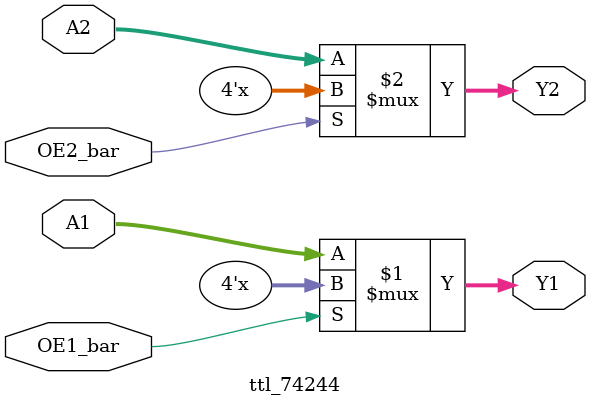
<source format=v>

module ttl_74244
(
  input [3:0] A1,
  input OE1_bar,
  input [3:0] A2,
  input OE2_bar,
  output [3:0] Y1,
  output [3:0] Y2
);

assign Y1 = OE1_bar ? 4'bZ : A1;
assign Y2 = OE2_bar ? 4'bZ : A2;

endmodule

</source>
